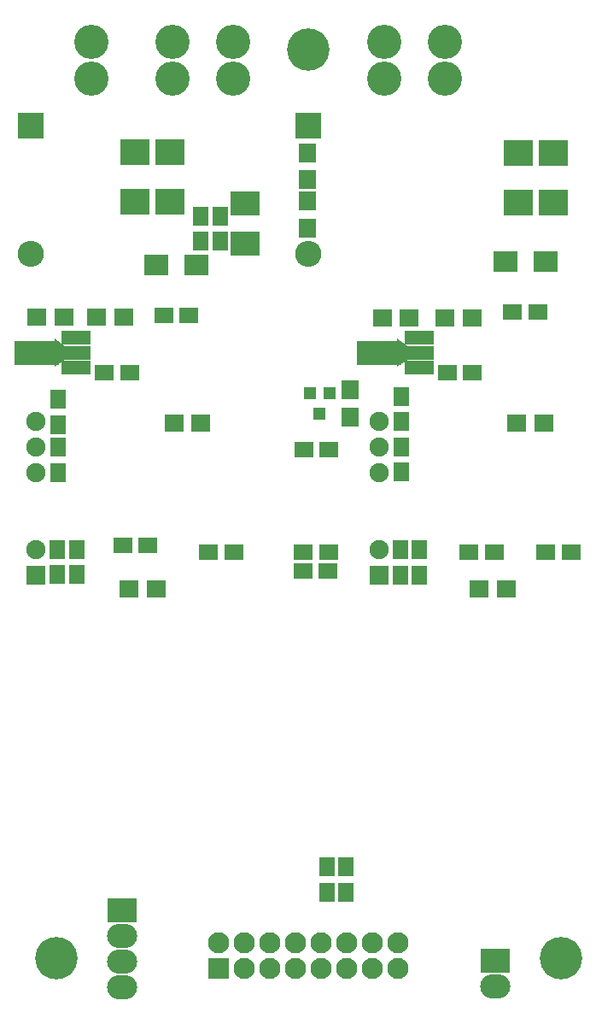
<source format=gbs>
G04 #@! TF.GenerationSoftware,KiCad,Pcbnew,no-vcs-found-b05a40e~61~ubuntu17.10.1*
G04 #@! TF.CreationDate,2017-12-27T10:39:54-05:00*
G04 #@! TF.ProjectId,ENNOID Dual Gate Driver,454E4E4F4944204475616C2047617465,rev?*
G04 #@! TF.SameCoordinates,Original*
G04 #@! TF.FileFunction,Soldermask,Bot*
G04 #@! TF.FilePolarity,Negative*
%FSLAX46Y46*%
G04 Gerber Fmt 4.6, Leading zero omitted, Abs format (unit mm)*
G04 Created by KiCad (PCBNEW no-vcs-found-b05a40e~61~ubuntu17.10.1) date Wed Dec 27 10:39:54 2017*
%MOMM*%
%LPD*%
G01*
G04 APERTURE LIST*
%ADD10C,4.200000*%
%ADD11R,1.650000X1.900000*%
%ADD12R,1.900000X1.650000*%
%ADD13R,2.400000X2.000000*%
%ADD14R,2.900000X2.400000*%
%ADD15O,2.600000X2.600000*%
%ADD16R,2.600000X2.600000*%
%ADD17O,3.000000X2.400000*%
%ADD18R,3.000000X2.400000*%
%ADD19C,1.150000*%
%ADD20C,0.100000*%
%ADD21R,4.400000X2.400000*%
%ADD22R,2.900000X1.400000*%
%ADD23R,1.900000X1.700000*%
%ADD24R,3.000000X2.500000*%
%ADD25R,1.700000X1.900000*%
%ADD26R,1.200000X1.300000*%
%ADD27C,3.400000*%
%ADD28C,2.100000*%
%ADD29R,2.100000X2.100000*%
%ADD30O,1.900000X1.900000*%
%ADD31R,1.900000X1.900000*%
G04 APERTURE END LIST*
D10*
X30000000Y-3000000D03*
X5000000Y-93000000D03*
D11*
X33705800Y-83941600D03*
X33705800Y-86441600D03*
X5080000Y-54971000D03*
X5080000Y-52471000D03*
X7010400Y-52471000D03*
X7010400Y-54971000D03*
X5156200Y-40099300D03*
X5156200Y-37599300D03*
X5156200Y-42336400D03*
X5156200Y-44836400D03*
D12*
X12250000Y-35000000D03*
X9750000Y-35000000D03*
D11*
X39090600Y-54996400D03*
X39090600Y-52496400D03*
X40970200Y-52496400D03*
X40970200Y-54996400D03*
X39166800Y-39800800D03*
X39166800Y-37300800D03*
X39166800Y-42300800D03*
X39166800Y-44800800D03*
D12*
X46250000Y-35000000D03*
X43750000Y-35000000D03*
X14077000Y-52044600D03*
X11577000Y-52044600D03*
X22611400Y-52730400D03*
X20111400Y-52730400D03*
X18140400Y-29283600D03*
X15640400Y-29283600D03*
D13*
X18890400Y-24283600D03*
X14890400Y-24283600D03*
D11*
X21282200Y-21963000D03*
X21282200Y-19463000D03*
X19282200Y-19463000D03*
X19282200Y-21963000D03*
D14*
X23749000Y-22218400D03*
X23749000Y-18218400D03*
D12*
X45892400Y-52730400D03*
X48392400Y-52730400D03*
X56012400Y-52781200D03*
X53512400Y-52781200D03*
X52750000Y-28978800D03*
X50250000Y-28978800D03*
D13*
X53500000Y-23978800D03*
X49500000Y-23978800D03*
D12*
X32009400Y-52781200D03*
X29509400Y-52781200D03*
X29433200Y-54610000D03*
X31933200Y-54610000D03*
D11*
X31826200Y-86441600D03*
X31826200Y-83941600D03*
D15*
X2500000Y-23200000D03*
D16*
X2500000Y-10500000D03*
X30000000Y-10500000D03*
D15*
X30000000Y-23200000D03*
D17*
X11544300Y-95872300D03*
X11544300Y-93332300D03*
X11544300Y-90792300D03*
D18*
X11544300Y-88252300D03*
D17*
X48488600Y-95758000D03*
D18*
X48488600Y-93218000D03*
D19*
X39370000Y-33000000D03*
D20*
G36*
X39945000Y-33607037D02*
X38795000Y-34373703D01*
X38795000Y-31626297D01*
X39945000Y-32392963D01*
X39945000Y-33607037D01*
X39945000Y-33607037D01*
G37*
D21*
X37020000Y-33000000D03*
D22*
X40980000Y-34500000D03*
X40980000Y-33000000D03*
X40980000Y-31500000D03*
D19*
X5370000Y-33000000D03*
D20*
G36*
X5945000Y-33607037D02*
X4795000Y-34373703D01*
X4795000Y-31626297D01*
X5945000Y-32392963D01*
X5945000Y-33607037D01*
X5945000Y-33607037D01*
G37*
D21*
X3020000Y-33000000D03*
D22*
X6980000Y-34500000D03*
X6980000Y-33000000D03*
X6980000Y-31500000D03*
D23*
X3044200Y-29438600D03*
X5744200Y-29438600D03*
X8987800Y-29438600D03*
X11687800Y-29438600D03*
X40008800Y-29514800D03*
X37308800Y-29514800D03*
X43557200Y-29514800D03*
X46257200Y-29514800D03*
X12239000Y-56362600D03*
X14939000Y-56362600D03*
D24*
X12794000Y-17999600D03*
X12794000Y-13099600D03*
X16294000Y-13099600D03*
X16294000Y-17999600D03*
D23*
X49584600Y-56388000D03*
X46884600Y-56388000D03*
D24*
X50785600Y-13252000D03*
X50785600Y-18152000D03*
X54285600Y-18152000D03*
X54285600Y-13252000D03*
D25*
X29921200Y-15878800D03*
X29921200Y-13178800D03*
X34117600Y-36650000D03*
X34117600Y-39350000D03*
X29921200Y-17954000D03*
X29921200Y-20654000D03*
D12*
X32034800Y-42621200D03*
X29534800Y-42621200D03*
D26*
X31117600Y-39000000D03*
X32067600Y-37000000D03*
X30167600Y-37000000D03*
D23*
X16650000Y-40000000D03*
X19350000Y-40000000D03*
X53350000Y-40000000D03*
X50650000Y-40000000D03*
D27*
X22500000Y-5830000D03*
X22500000Y-2170000D03*
X8500000Y-5830000D03*
X8500000Y-2170000D03*
X16500000Y-5830000D03*
X16500000Y-2170000D03*
X43500000Y-5830000D03*
X43500000Y-2170000D03*
X37500000Y-2170000D03*
X37500000Y-5830000D03*
D28*
X38887400Y-91478100D03*
X38887400Y-94018100D03*
X36347400Y-91478100D03*
X36347400Y-94018100D03*
X33807400Y-91478100D03*
X33807400Y-94018100D03*
X31267400Y-91478100D03*
X31267400Y-94018100D03*
X28727400Y-91478100D03*
X28727400Y-94018100D03*
X26187400Y-91478100D03*
X26187400Y-94018100D03*
X23647400Y-91478100D03*
X23647400Y-94018100D03*
X21107400Y-91478100D03*
D29*
X21107400Y-94018100D03*
D30*
X3000000Y-39760000D03*
X3000000Y-42300000D03*
X3000000Y-44840000D03*
X3000000Y-52460000D03*
D31*
X3000000Y-55000000D03*
D30*
X37000000Y-39760000D03*
X37000000Y-42300000D03*
X37000000Y-44840000D03*
X37000000Y-52460000D03*
D31*
X37000000Y-55000000D03*
D10*
X55000000Y-93000000D03*
M02*

</source>
